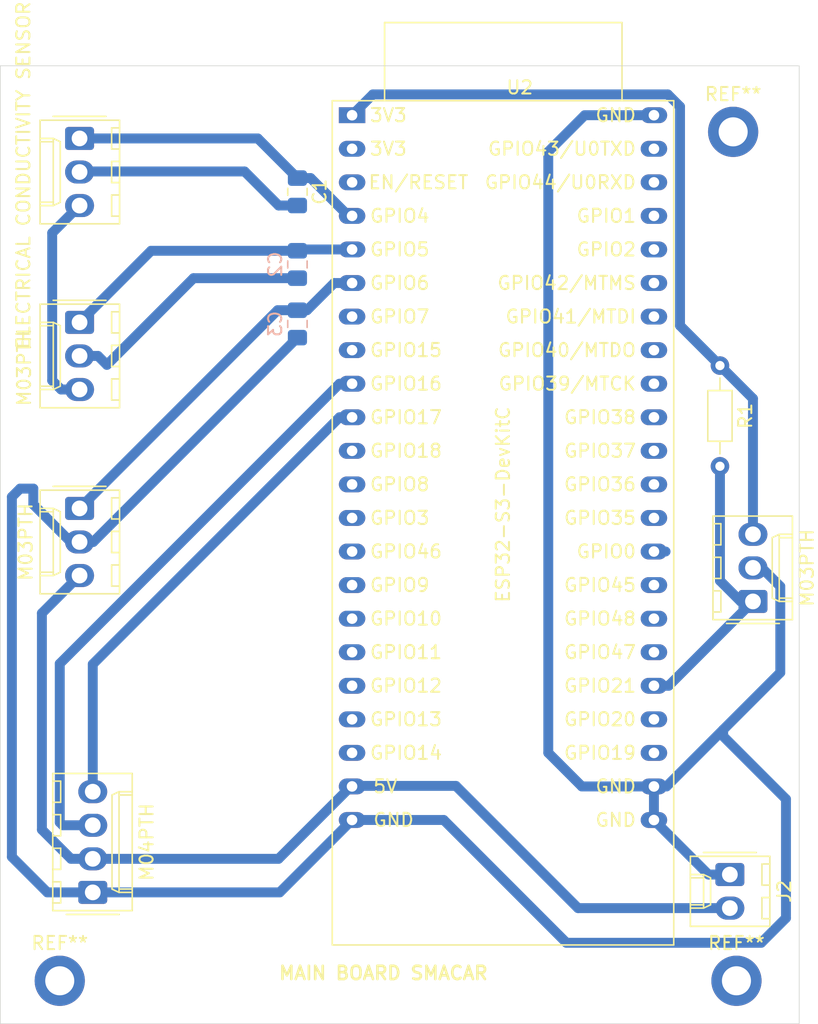
<source format=kicad_pcb>
(kicad_pcb (version 20241229) (generator "pcbnew") (generator_version "9.0")
  (layers (0 "F.Cu" signal) (2 "B.Cu" signal) (13 "F.Paste" user) (15 "B.Paste" user) (5 "F.SilkS" user "F.Silkscreen") (7 "B.SilkS" user "B.Silkscreen") (1 "F.Mask" user) (3 "B.Mask" user) (25 "Edge.Cuts" user))
  (net 0 "")
  (net 1 "GND")
  (net 2 "5V")
  (net 9 "Tx")
  (net 25 "unconnected-(U2-GPIO0-Pad31)")
  (net 29 "RX")
  (net 34 "ELECTRICAL CONDUCTIVITY")
  (net 35 "PH SENSOR")
  (net 36 "TDS SENSOR")
  (net 37 "TEMP SENSOR")
  (net 38 "3.3V")
  (footprint "Connector_Molex:Molex_KK-254_AE-6410-04A_1x04_P2.54mm_Vertical" (layer "F.Cu") (at 108.5 91.56 90)
    (property "Reference" "MOLEX5")
    (property "Value" "M04PTH" (at 3.81 4.08 90) (layer "F.SilkS"))
    (fp_line (start 9 -3.03) (end -1.38 -3.03) (stroke (width 0.12)) (layer "F.SilkS"))
    (fp_line (start 6.82 -3.03) (end 6.82 -2.43) (stroke (width 0.12)) (layer "F.SilkS"))
    (fp_line (start 4.28 -3.03) (end 4.28 -2.43) (stroke (width 0.12)) (layer "F.SilkS"))
    (fp_line (start 1.74 -3.03) (end 1.74 -2.43) (stroke (width 0.12)) (layer "F.SilkS"))
    (fp_line (start -0.8 -3.03) (end -0.8 -2.43) (stroke (width 0.12)) (layer "F.SilkS"))
    (fp_line (start -1.38 -3.03) (end -1.38 2.99) (stroke (width 0.12)) (layer "F.SilkS"))
    (fp_line (start 8.42 -2.43) (end 8.42 -3.03) (stroke (width 0.12)) (layer "F.SilkS"))
    (fp_line (start 6.82 -2.43) (end 8.42 -2.43) (stroke (width 0.12)) (layer "F.SilkS"))
    (fp_line (start 5.88 -2.43) (end 5.88 -3.03) (stroke (width 0.12)) (layer "F.SilkS"))
    (fp_line (start 4.28 -2.43) (end 5.88 -2.43) (stroke (width 0.12)) (layer "F.SilkS"))
    (fp_line (start 3.34 -2.43) (end 3.34 -3.03) (stroke (width 0.12)) (layer "F.SilkS"))
    (fp_line (start 1.74 -2.43) (end 3.34 -2.43) (stroke (width 0.12)) (layer "F.SilkS"))
    (fp_line (start 0.8 -2.43) (end 0.8 -3.03) (stroke (width 0.12)) (layer "F.SilkS"))
    (fp_line (start -0.8 -2.43) (end 0.8 -2.43) (stroke (width 0.12)) (layer "F.SilkS"))
    (fp_line (start -1.67 -2) (end -1.67 2) (stroke (width 0.12)) (layer "F.SilkS"))
    (fp_line (start 7.37 1.46) (end 7.62 1.99) (stroke (width 0.12)) (layer "F.SilkS"))
    (fp_line (start 0.25 1.46) (end 7.37 1.46) (stroke (width 0.12)) (layer "F.SilkS"))
    (fp_line (start 7.62 1.99) (end 7.62 2.99) (stroke (width 0.12)) (layer "F.SilkS"))
    (fp_line (start 0 1.99) (end 0.25 1.46) (stroke (width 0.12)) (layer "F.SilkS"))
    (fp_line (start 0 1.99) (end 7.62 1.99) (stroke (width 0.12)) (layer "F.SilkS"))
    (fp_line (start 9 2.99) (end 9 -3.03) (stroke (width 0.12)) (layer "F.SilkS"))
    (fp_line (start 7.37 2.99) (end 7.37 1.99) (stroke (width 0.12)) (layer "F.SilkS"))
    (fp_line (start 0.25 2.99) (end 0.25 1.99) (stroke (width 0.12)) (layer "F.SilkS"))
    (fp_line (start 0 2.99) (end 0 1.99) (stroke (width 0.12)) (layer "F.SilkS"))
    (fp_line (start -1.38 2.99) (end 9 2.99) (stroke (width 0.12)) (layer "F.SilkS"))
    (pad "1" thru_hole roundrect (at 0 0 90) (size 1.74 2.19) (drill 1.19) (layers "*.Cu" "*.Mask") (roundrect_rratio 0.143678) (net 1 "GND"))
    (pad "2" thru_hole oval (at 2.54 0 90) (size 1.74 2.19) (drill 1.19) (layers "*.Cu" "*.Mask") (net 2 "5V"))
    (pad "3" thru_hole oval (at 5.08 0 90) (size 1.74 2.19) (drill 1.19) (layers "*.Cu" "*.Mask") (net 29 "RX"))
    (pad "4" thru_hole oval (at 7.62 0 90) (size 1.74 2.19) (drill 1.19) (layers "*.Cu" "*.Mask") (net 9 "Tx"))
  )
  (footprint "MountingHole:MountingHole_2.2mm_M2_DIN965_Pad" (layer "F.Cu") (at 157 34)
    (property "Reference" "REF**" (at 0 -2.85 0) (layer "F.SilkS"))
    (property "Value" "MountingHole_2.2mm_M2_DIN965_Pad" (hide yes))
    (pad "1" thru_hole circle (at 0 0) (size 3.8 3.8) (drill 2.2) (layers "*.Cu" "*.Mask"))
  )
  (footprint "Capacitor_SMD:C_0805_2012Metric_Pad1.18x1.45mm_HandSolder" (layer "F.Cu") (at 124 38.5375 -90)
    (property "Reference" "C1" (at 0 -1.68 90) (layer "F.SilkS"))
    (property "Value" "100nF_Ceramic")
    (fp_line (start -0.261252 0.735) (end 0.261252 0.735) (stroke (width 0.12)) (layer "F.SilkS"))
    (fp_line (start -0.261252 -0.735) (end 0.261252 -0.735) (stroke (width 0.12)) (layer "F.SilkS"))
    (pad "1" smd roundrect (at -1.0375 0 270) (size 1.175 1.45) (layers "*.Mask" "B.Cu" "F.Paste") (roundrect_rratio 0.212766) (net 34 "ELECTRICAL CONDUCTIVITY"))
    (pad "2" smd roundrect (at 1.0375 0 270) (size 1.175 1.45) (layers "F.Mask" "B.Cu" "F.Paste") (roundrect_rratio 0.212766) (net 1 "GND"))
  )
  (footprint "Connector_Molex:Molex_KK-254_AE-6410-02A_1x02_P2.54mm_Vertical" (layer "F.Cu") (at 156.75 90.21 -90)
    (property "Reference" "J2" (at 1.27 -4.12 90) (layer "F.SilkS"))
    (property "Value" "Conn_01x02")
    (fp_line (start -1.38 2.99) (end 3.92 2.99) (stroke (width 0.12)) (layer "F.SilkS"))
    (fp_line (start 0 2.99) (end 0 1.99) (stroke (width 0.12)) (layer "F.SilkS"))
    (fp_line (start 0.25 2.99) (end 0.25 1.99) (stroke (width 0.12)) (layer "F.SilkS"))
    (fp_line (start 2.29 2.99) (end 2.29 1.99) (stroke (width 0.12)) (layer "F.SilkS"))
    (fp_line (start 3.92 2.99) (end 3.92 -3.03) (stroke (width 0.12)) (layer "F.SilkS"))
    (fp_line (start 0 1.99) (end 2.54 1.99) (stroke (width 0.12)) (layer "F.SilkS"))
    (fp_line (start 0 1.99) (end 0.25 1.46) (stroke (width 0.12)) (layer "F.SilkS"))
    (fp_line (start 2.54 1.99) (end 2.54 2.99) (stroke (width 0.12)) (layer "F.SilkS"))
    (fp_line (start 0.25 1.46) (end 2.29 1.46) (stroke (width 0.12)) (layer "F.SilkS"))
    (fp_line (start 2.29 1.46) (end 2.54 1.99) (stroke (width 0.12)) (layer "F.SilkS"))
    (fp_line (start -1.67 -2) (end -1.67 2) (stroke (width 0.12)) (layer "F.SilkS"))
    (fp_line (start -0.8 -2.43) (end 0.8 -2.43) (stroke (width 0.12)) (layer "F.SilkS"))
    (fp_line (start 0.8 -2.43) (end 0.8 -3.03) (stroke (width 0.12)) (layer "F.SilkS"))
    (fp_line (start 1.74 -2.43) (end 3.34 -2.43) (stroke (width 0.12)) (layer "F.SilkS"))
    (fp_line (start 3.34 -2.43) (end 3.34 -3.03) (stroke (width 0.12)) (layer "F.SilkS"))
    (fp_line (start -1.38 -3.03) (end -1.38 2.99) (stroke (width 0.12)) (layer "F.SilkS"))
    (fp_line (start -0.8 -3.03) (end -0.8 -2.43) (stroke (width 0.12)) (layer "F.SilkS"))
    (fp_line (start 1.74 -3.03) (end 1.74 -2.43) (stroke (width 0.12)) (layer "F.SilkS"))
    (fp_line (start 3.92 -3.03) (end -1.38 -3.03) (stroke (width 0.12)) (layer "F.SilkS"))
    (pad "1" thru_hole roundrect (at 0 0 270) (size 1.74 2.19) (drill 1.19) (layers "*.Cu" "*.Mask") (roundrect_rratio 0.143678) (net 1 "GND"))
    (pad "2" thru_hole oval (at 2.54 0 270) (size 1.74 2.19) (drill 1.19) (layers "*.Cu" "*.Mask") (net 2 "5V"))
  )
  (footprint "MountingHole:MountingHole_2.2mm_M2_DIN965_Pad" (layer "F.Cu") (at 106 98.25)
    (property "Reference" "REF**" (at 0 -2.85 0) (layer "F.SilkS"))
    (property "Value" "MountingHole_2.2mm_M2_DIN965_Pad" (hide yes))
    (pad "1" thru_hole circle (at 0 0) (size 3.8 3.8) (drill 2.2) (layers "*.Cu" "*.Mask"))
  )
  (footprint "Resistor_THT:R_Axial_DIN0204_L3.6mm_D1.6mm_P7.62mm_Horizontal" (layer "F.Cu") (at 156 51.69 -90)
    (property "Reference" "R1" (at 3.81 -1.92 90) (layer "F.SilkS"))
    (property "Value" "4.7k")
    (fp_line (start 0.94 0) (end 1.89 0) (stroke (width 0.12)) (layer "F.SilkS"))
    (fp_line (start 6.68 0) (end 5.73 0) (stroke (width 0.12)) (layer "F.SilkS"))
    (fp_rect (start 1.89 -0.92) (end 5.73 0.92) (stroke (width 0.12)) (fill no) (layer "F.SilkS"))
    (pad "1" thru_hole circle (at 0 0 270) (size 1.4 1.4) (drill 0.7) (layers "*.Cu" "*.Mask") (net 38 "3.3V"))
    (pad "2" thru_hole circle (at 7.62 0 270) (size 1.4 1.4) (drill 0.7) (layers "*.Cu" "*.Mask") (net 37 "TEMP SENSOR"))
  )
  (footprint "Connector_Molex:Molex_KK-254_AE-6410-03A_1x03_P2.54mm_Vertical" (layer "F.Cu") (at 107.5 48.42 -90)
    (property "Reference" "MOLEX2")
    (property "Value" "M03PTH" (at 3.39 4.2 90) (layer "F.SilkS"))
    (fp_line (start -1.38 2.99) (end 6.46 2.99) (stroke (width 0.12)) (layer "F.SilkS"))
    (fp_line (start 0 2.99) (end 0 1.99) (stroke (width 0.12)) (layer "F.SilkS"))
    (fp_line (start 0.25 2.99) (end 0.25 1.99) (stroke (width 0.12)) (layer "F.SilkS"))
    (fp_line (start 4.83 2.99) (end 4.83 1.99) (stroke (width 0.12)) (layer "F.SilkS"))
    (fp_line (start 6.46 2.99) (end 6.46 -3.03) (stroke (width 0.12)) (layer "F.SilkS"))
    (fp_line (start 0 1.99) (end 5.08 1.99) (stroke (width 0.12)) (layer "F.SilkS"))
    (fp_line (start 0 1.99) (end 0.25 1.46) (stroke (width 0.12)) (layer "F.SilkS"))
    (fp_line (start 5.08 1.99) (end 5.08 2.99) (stroke (width 0.12)) (layer "F.SilkS"))
    (fp_line (start 0.25 1.46) (end 4.83 1.46) (stroke (width 0.12)) (layer "F.SilkS"))
    (fp_line (start 4.83 1.46) (end 5.08 1.99) (stroke (width 0.12)) (layer "F.SilkS"))
    (fp_line (start -1.67 -2) (end -1.67 2) (stroke (width 0.12)) (layer "F.SilkS"))
    (fp_line (start -0.8 -2.43) (end 0.8 -2.43) (stroke (width 0.12)) (layer "F.SilkS"))
    (fp_line (start 0.8 -2.43) (end 0.8 -3.03) (stroke (width 0.12)) (layer "F.SilkS"))
    (fp_line (start 1.74 -2.43) (end 3.34 -2.43) (stroke (width 0.12)) (layer "F.SilkS"))
    (fp_line (start 3.34 -2.43) (end 3.34 -3.03) (stroke (width 0.12)) (layer "F.SilkS"))
    (fp_line (start 4.28 -2.43) (end 5.88 -2.43) (stroke (width 0.12)) (layer "F.SilkS"))
    (fp_line (start 5.88 -2.43) (end 5.88 -3.03) (stroke (width 0.12)) (layer "F.SilkS"))
    (fp_line (start -1.38 -3.03) (end -1.38 2.99) (stroke (width 0.12)) (layer "F.SilkS"))
    (fp_line (start -0.8 -3.03) (end -0.8 -2.43) (stroke (width 0.12)) (layer "F.SilkS"))
    (fp_line (start 1.74 -3.03) (end 1.74 -2.43) (stroke (width 0.12)) (layer "F.SilkS"))
    (fp_line (start 4.28 -3.03) (end 4.28 -2.43) (stroke (width 0.12)) (layer "F.SilkS"))
    (fp_line (start 6.46 -3.03) (end -1.38 -3.03) (stroke (width 0.12)) (layer "F.SilkS"))
    (pad "1" thru_hole roundrect (at 0 0 270) (size 1.74 2.19) (drill 1.19) (layers "*.Cu" "*.Mask") (roundrect_rratio 0.143678) (net 35 "PH SENSOR"))
    (pad "2" thru_hole oval (at 2.54 0 270) (size 1.74 2.19) (drill 1.19) (layers "*.Cu" "*.Mask") (net 1 "GND"))
    (pad "3" thru_hole oval (at 5.08 0 270) (size 1.74 2.19) (drill 1.19) (layers "*.Cu" "*.Mask") (net 2 "5V"))
  )
  (footprint "Connector_Molex:Molex_KK-254_AE-6410-03A_1x03_P2.54mm_Vertical" (layer "F.Cu") (at 158.5 69.54 90)
    (property "Reference" "MOLEX4")
    (property "Value" "M03PTH" (at 2.54 4.08 90) (layer "F.SilkS"))
    (fp_line (start 6.46 -3.03) (end -1.38 -3.03) (stroke (width 0.12)) (layer "F.SilkS"))
    (fp_line (start 4.28 -3.03) (end 4.28 -2.43) (stroke (width 0.12)) (layer "F.SilkS"))
    (fp_line (start 1.74 -3.03) (end 1.74 -2.43) (stroke (width 0.12)) (layer "F.SilkS"))
    (fp_line (start -0.8 -3.03) (end -0.8 -2.43) (stroke (width 0.12)) (layer "F.SilkS"))
    (fp_line (start -1.38 -3.03) (end -1.38 2.99) (stroke (width 0.12)) (layer "F.SilkS"))
    (fp_line (start 5.88 -2.43) (end 5.88 -3.03) (stroke (width 0.12)) (layer "F.SilkS"))
    (fp_line (start 4.28 -2.43) (end 5.88 -2.43) (stroke (width 0.12)) (layer "F.SilkS"))
    (fp_line (start 3.34 -2.43) (end 3.34 -3.03) (stroke (width 0.12)) (layer "F.SilkS"))
    (fp_line (start 1.74 -2.43) (end 3.34 -2.43) (stroke (width 0.12)) (layer "F.SilkS"))
    (fp_line (start 0.8 -2.43) (end 0.8 -3.03) (stroke (width 0.12)) (layer "F.SilkS"))
    (fp_line (start -0.8 -2.43) (end 0.8 -2.43) (stroke (width 0.12)) (layer "F.SilkS"))
    (fp_line (start -1.67 -2) (end -1.67 2) (stroke (width 0.12)) (layer "F.SilkS"))
    (fp_line (start 4.83 1.46) (end 5.08 1.99) (stroke (width 0.12)) (layer "F.SilkS"))
    (fp_line (start 0.25 1.46) (end 4.83 1.46) (stroke (width 0.12)) (layer "F.SilkS"))
    (fp_line (start 5.08 1.99) (end 5.08 2.99) (stroke (width 0.12)) (layer "F.SilkS"))
    (fp_line (start 0 1.99) (end 0.25 1.46) (stroke (width 0.12)) (layer "F.SilkS"))
    (fp_line (start 0 1.99) (end 5.08 1.99) (stroke (width 0.12)) (layer "F.SilkS"))
    (fp_line (start 6.46 2.99) (end 6.46 -3.03) (stroke (width 0.12)) (layer "F.SilkS"))
    (fp_line (start 4.83 2.99) (end 4.83 1.99) (stroke (width 0.12)) (layer "F.SilkS"))
    (fp_line (start 0.25 2.99) (end 0.25 1.99) (stroke (width 0.12)) (layer "F.SilkS"))
    (fp_line (start 0 2.99) (end 0 1.99) (stroke (width 0.12)) (layer "F.SilkS"))
    (fp_line (start -1.38 2.99) (end 6.46 2.99) (stroke (width 0.12)) (layer "F.SilkS"))
    (pad "1" thru_hole roundrect (at 0 0 90) (size 1.74 2.19) (drill 1.19) (layers "*.Cu" "*.Mask") (roundrect_rratio 0.143678) (net 37 "TEMP SENSOR"))
    (pad "2" thru_hole oval (at 2.54 0 90) (size 1.74 2.19) (drill 1.19) (layers "*.Cu" "*.Mask") (net 1 "GND"))
    (pad "3" thru_hole oval (at 5.08 0 90) (size 1.74 2.19) (drill 1.19) (layers "*.Cu" "*.Mask") (net 38 "3.3V"))
  )
  (footprint "ESP32:ESP32-S3-DevKitC" (layer "F.Cu") (at 128.14 32.74272)
    (property "Reference" "U2" (at 12.7 -2.1 0) (layer "F.SilkS"))
    (property "Value" "ESP32-S3-DevKitC" (at 11.42632 29.46128 90) (layer "F.SilkS"))
    (fp_line (start -1.5 62.79728) (end 24.359999 62.79728) (stroke (width 0.12)) (layer "F.SilkS"))
    (fp_line (start -1.499999 -1.1) (end -1.5 62.79728) (stroke (width 0.12)) (layer "F.SilkS"))
    (fp_line (start 2.46012 -7.01312) (end 20.44332 -7.01312) (stroke (width 0.12)) (layer "F.SilkS"))
    (fp_line (start 2.46012 -1.12032) (end 2.46012 -7.01312) (stroke (width 0.12)) (layer "F.SilkS"))
    (fp_line (start 20.44332 -7.01312) (end 20.44332 -1.12032) (stroke (width 0.12)) (layer "F.SilkS"))
    (fp_line (start 24.359999 62.79728) (end 24.36 -1.1) (stroke (width 0.12)) (layer "F.SilkS"))
    (fp_line (start 24.36 -1.1) (end -1.499999 -1.1) (stroke (width 0.12)) (layer "F.SilkS"))
    (fp_text user "GPIO40/MTDO" (at 21.59 17.78 0) (layer "F.SilkS") (effects (justify right)))
    (fp_text user "3V3" (at 1.27 0 0) (layer "F.SilkS") (effects (justify left)))
    (fp_text user "GPIO19" (at 21.59 48.26 0) (layer "F.SilkS") (effects (justify right)))
    (fp_text user "GPIO21" (at 21.59 43.18 0) (layer "F.SilkS") (effects (justify right)))
    (fp_text user "GPIO44/U0RXD" (at 21.59 5.08 0) (layer "F.SilkS") (effects (justify right)))
    (fp_text user "GND" (at 21.59 50.8 0) (layer "F.SilkS") (effects (justify right)))
    (fp_text user "GPIO43/U0TXD" (at 21.59 2.54 0) (layer "F.SilkS") (effects (justify right)))
    (fp_text user "GND" (at 21.59 0 0) (layer "F.SilkS") (effects (justify right)))
    (fp_text user "GPIO38" (at 21.59 22.86 0) (layer "F.SilkS") (effects (justify right)))
    (fp_text user "GPIO9" (at 1.27 35.56 0) (layer "F.SilkS") (effects (justify left)))
    (fp_text user "3V3" (at 1.27 2.54 0) (layer "F.SilkS") (effects (justify left)))
    (fp_text user "GPIO16" (at 1.27 20.32 0) (layer "F.SilkS") (effects (justify left)))
    (fp_text user "GPIO10" (at 1.27 38.1 0) (layer "F.SilkS") (effects (justify left)))
    (fp_text user "GND" (at 1.52032 53.33728 0) (layer "F.SilkS") (effects (justify left)))
    (fp_text user "GPIO1" (at 21.59 7.62 0) (layer "F.SilkS") (effects (justify right)))
    (fp_text user "GPIO35" (at 21.59 30.48 0) (layer "F.SilkS") (effects (justify right)))
    (fp_text user "GPIO46" (at 1.27 33.02 0) (layer "F.SilkS") (effects (justify left)))
    (fp_text user "GPIO4" (at 1.27 7.62 0) (layer "F.SilkS") (effects (justify left)))
    (fp_text user "GPIO42/MTMS" (at 21.59 12.7 0) (layer "F.SilkS") (effects (justify right)))
    (fp_text user "GPIO18" (at 1.27 25.4 0) (layer "F.SilkS") (effects (justify left)))
    (fp_text user "GPIO0" (at 21.59 33.02 0) (layer "F.SilkS") (effects (justify right)))
    (fp_text user "GPIO12" (at 1.27 43.18 0) (layer "F.SilkS") (effects (justify left)))
    (fp_text user "GPIO20" (at 21.59 45.72 0) (layer "F.SilkS") (effects (justify right)))
    (fp_text user "GND" (at 21.59 53.34 0) (layer "F.SilkS") (effects (justify right)))
    (fp_text user "GPIO3" (at 1.27 30.48 0) (layer "F.SilkS") (effects (justify left)))
    (fp_text user "GPIO11" (at 1.27 40.64 0) (layer "F.SilkS") (effects (justify left)))
    (fp_text user "GPIO47" (at 21.59 40.64 0) (layer "F.SilkS") (effects (justify right)))
    (fp_text user "GPIO7" (at 1.27 15.24 0) (layer "F.SilkS") (effects (justify left)))
    (fp_text user "GPIO2" (at 21.59 10.16 0) (layer "F.SilkS") (effects (justify right)))
    (fp_text user "5V" (at 1.52032 50.79728 0) (layer "F.SilkS") (effects (justify left)))
    (fp_text user "GPIO39/MTCK" (at 21.59 20.32 0) (layer "F.SilkS") (effects (justify right)))
    (fp_text user "GPIO8" (at 1.27 27.94 0) (layer "F.SilkS") (effects (justify left)))
    (fp_text user "GPIO48" (at 21.59 38.1 0) (layer "F.SilkS") (effects (justify right)))
    (fp_text user "GPIO37" (at 21.59 25.4 0) (layer "F.SilkS") (effects (justify right)))
    (fp_text user "GPIO45" (at 21.59 35.56 0) (layer "F.SilkS") (effects (justify right)))
    (fp_text user "GPIO36" (at 21.59 27.94 0) (layer "F.SilkS") (effects (justify right)))
    (fp_text user "GPIO6" (at 1.27 12.7 0) (layer "F.SilkS") (effects (justify left)))
    (fp_text user "EN/RESET" (at 8.88632 5.07728 0) (layer "F.SilkS") (effects (justify right)))
    (fp_text user "GPIO13" (at 1.27 45.72 0) (layer "F.SilkS") (effects (justify left)))
    (fp_text user "GPIO14" (at 1.27 48.26 0) (layer "F.SilkS") (effects (justify left)))
    (fp_text user "GPIO5" (at 1.27 10.16 0) (layer "F.SilkS") (effects (justify left)))
    (fp_text user "GPIO15" (at 1.27 17.78 0) (layer "F.SilkS") (effects (justify left)))
    (fp_text user "GPIO41/MTDI" (at 21.59 15.24 0) (layer "F.SilkS") (effects (justify right)))
    (fp_text user "GPIO17" (at 1.27 22.86 0) (layer "F.SilkS") (effects (justify left)))
    (pad "1" thru_hole rect (at 0 0 270) (size 1.2 2) (drill 0.8) (layers "*.Cu" "*.Mask") (net 38 "3.3V"))
    (pad "2" thru_hole oval (at 0 2.54 270) (size 1.2 2) (drill 0.8) (layers "*.Cu" "*.Mask") (net 38 "3.3V"))
    (pad "3" thru_hole oval (at 0 5.08 270) (size 1.2 2) (drill 0.8) (layers "*.Cu" "*.Mask"))
    (pad "4" thru_hole oval (at 0 7.62 270) (size 1.2 2) (drill 0.8) (layers "*.Cu" "*.Mask") (net 34 "ELECTRICAL CONDUCTIVITY"))
    (pad "5" thru_hole oval (at 0 10.16 270) (size 1.2 2) (drill 0.8) (layers "*.Cu" "*.Mask") (net 35 "PH SENSOR"))
    (pad "6" thru_hole oval (at 0 12.7 270) (size 1.2 2) (drill 0.8) (layers "*.Cu" "*.Mask") (net 36 "TDS SENSOR"))
    (pad "7" thru_hole oval (at 0 15.24 270) (size 1.2 2) (drill 0.8) (layers "*.Cu" "*.Mask"))
    (pad "8" thru_hole oval (at 0 17.78 270) (size 1.2 2) (drill 0.8) (layers "*.Cu" "*.Mask"))
    (pad "9" thru_hole oval (at 0 20.32 270) (size 1.2 2) (drill 0.8) (layers "*.Cu" "*.Mask") (net 29 "RX"))
    (pad "10" thru_hole oval (at 0 22.86 270) (size 1.2 2) (drill 0.8) (layers "*.Cu" "*.Mask") (net 9 "Tx"))
    (pad "11" thru_hole oval (at 0 25.4 270) (size 1.2 2) (drill 0.8) (layers "*.Cu" "*.Mask"))
    (pad "12" thru_hole oval (at 0 27.94 270) (size 1.2 2) (drill 0.8) (layers "*.Cu" "*.Mask"))
    (pad "13" thru_hole oval (at 0 30.48 270) (size 1.2 2) (drill 0.8) (layers "*.Cu" "*.Mask"))
    (pad "14" thru_hole oval (at 0 33.02 270) (size 1.2 2) (drill 0.8) (layers "*.Cu" "*.Mask"))
    (pad "15" thru_hole oval (at 0 35.56 270) (size 1.2 2) (drill 0.8) (layers "*.Cu" "*.Mask"))
    (pad "16" thru_hole oval (at 0 38.1 270) (size 1.2 2) (drill 0.8) (layers "*.Cu" "*.Mask"))
    (pad "17" thru_hole oval (at 0 40.64 270) (size 1.2 2) (drill 0.8) (layers "*.Cu" "*.Mask"))
    (pad "18" thru_hole oval (at 0 43.18 270) (size 1.2 2) (drill 0.8) (layers "*.Cu" "*.Mask"))
    (pad "19" thru_hole oval (at 0 45.72 270) (size 1.2 2) (drill 0.8) (layers "*.Cu" "*.Mask"))
    (pad "20" thru_hole oval (at -0.00368 48.25728 270) (size 1.2 2) (drill 0.8) (layers "*.Cu" "*.Mask"))
    (pad "21" thru_hole oval (at -0.00368 50.79728 270) (size 1.2 2) (drill 0.8) (layers "*.Cu" "*.Mask") (net 2 "5V"))
    (pad "22" thru_hole oval (at -0.00368 53.33728 270) (size 1.2 2) (drill 0.8) (layers "*.Cu" "*.Mask") (net 1 "GND"))
    (pad "23" thru_hole oval (at 22.86 53.34 270) (size 1.2 2) (drill 0.8) (layers "*.Cu" "*.Mask") (net 1 "GND"))
    (pad "24" thru_hole oval (at 22.86 50.8 270) (size 1.2 2) (drill 0.8) (layers "*.Cu" "*.Mask") (net 1 "GND"))
    (pad "25" thru_hole oval (at 22.86 48.26 270) (size 1.2 2) (drill 0.8) (layers "*.Cu" "*.Mask"))
    (pad "26" thru_hole oval (at 22.86 45.72 270) (size 1.2 2) (drill 0.8) (layers "*.Cu" "*.Mask"))
    (pad "27" thru_hole oval (at 22.86 43.18 270) (size 1.2 2) (drill 0.8) (layers "*.Cu" "*.Mask") (net 37 "TEMP SENSOR"))
    (pad "28" thru_hole oval (at 22.86 40.64 270) (size 1.2 2) (drill 0.8) (layers "*.Cu" "*.Mask"))
    (pad "29" thru_hole oval (at 22.86 38.1 270) (size 1.2 2) (drill 0.8) (layers "*.Cu" "*.Mask"))
    (pad "30" thru_hole oval (at 22.86 35.56 270) (size 1.2 2) (drill 0.8) (layers "*.Cu" "*.Mask"))
    (pad "31" thru_hole oval (at 22.86 33.02 270) (size 1.2 2) (drill 0.8) (layers "*.Cu" "*.Mask") (net 25 "unconnected-(U2-GPIO0-Pad31)"))
    (pad "32" thru_hole oval (at 22.86 30.48 270) (size 1.2 2) (drill 0.8) (layers "*.Cu" "*.Mask"))
    (pad "33" thru_hole oval (at 22.86 27.94 270) (size 1.2 2) (drill 0.8) (layers "*.Cu" "*.Mask"))
    (pad "34" thru_hole oval (at 22.86 25.4 270) (size 1.2 2) (drill 0.8) (layers "*.Cu" "*.Mask"))
    (pad "35" thru_hole oval (at 22.86 22.86 270) (size 1.2 2) (drill 0.8) (layers "*.Cu" "*.Mask"))
    (pad "36" thru_hole oval (at 22.86 20.32 270) (size 1.2 2) (drill 0.8) (layers "*.Cu" "*.Mask"))
    (pad "37" thru_hole oval (at 22.86 17.78 270) (size 1.2 2) (drill 0.8) (layers "*.Cu" "*.Mask"))
    (pad "38" thru_hole oval (at 22.86 15.24 270) (size 1.2 2) (drill 0.8) (layers "*.Cu" "*.Mask"))
    (pad "39" thru_hole oval (at 22.86 12.7 270) (size 1.2 2) (drill 0.8) (layers "*.Cu" "*.Mask"))
    (pad "40" thru_hole oval (at 22.86 10.16 270) (size 1.2 2) (drill 0.8) (layers "*.Cu" "*.Mask"))
    (pad "41" thru_hole oval (at 22.86 7.62 270) (size 1.2 2) (drill 0.8) (layers "*.Cu" "*.Mask"))
    (pad "42" thru_hole oval (at 22.86 5.08 270) (size 1.2 2) (drill 0.8) (layers "*.Cu" "*.Mask"))
    (pad "43" thru_hole oval (at 22.86 2.54 270) (size 1.2 2) (drill 0.8) (layers "*.Cu" "*.Mask"))
    (pad "44" thru_hole oval (at 22.86 0 270) (size 1.2 2) (drill 0.8) (layers "*.Cu" "*.Mask") (net 1 "GND"))
  )
  (footprint "MountingHole:MountingHole_2.2mm_M2_DIN965_Pad" (layer "F.Cu") (at 157.25 98.25)
    (property "Reference" "REF**" (at 0 -2.85 0) (layer "F.SilkS"))
    (property "Value" "MountingHole_2.2mm_M2_DIN965_Pad" (hide yes))
    (pad "1" thru_hole circle (at 0 0) (size 3.8 3.8) (drill 2.2) (layers "*.Cu" "*.Mask"))
  )
  (footprint "Connector_Molex:Molex_KK-254_AE-6410-03A_1x03_P2.54mm_Vertical" (layer "F.Cu") (at 107.5 34.5 -90)
    (property "Reference" "MOLEX1")
    (property "Value" "ELECTRICAL CONDUCTIVITY SENSOR" (at 2.79 4.25 90) (layer "F.SilkS"))
    (fp_line (start -1.38 2.99) (end 6.46 2.99) (stroke (width 0.12)) (layer "F.SilkS"))
    (fp_line (start 0 2.99) (end 0 1.99) (stroke (width 0.12)) (layer "F.SilkS"))
    (fp_line (start 0.25 2.99) (end 0.25 1.99) (stroke (width 0.12)) (layer "F.SilkS"))
    (fp_line (start 4.83 2.99) (end 4.83 1.99) (stroke (width 0.12)) (layer "F.SilkS"))
    (fp_line (start 6.46 2.99) (end 6.46 -3.03) (stroke (width 0.12)) (layer "F.SilkS"))
    (fp_line (start 0 1.99) (end 5.08 1.99) (stroke (width 0.12)) (layer "F.SilkS"))
    (fp_line (start 0 1.99) (end 0.25 1.46) (stroke (width 0.12)) (layer "F.SilkS"))
    (fp_line (start 5.08 1.99) (end 5.08 2.99) (stroke (width 0.12)) (layer "F.SilkS"))
    (fp_line (start 0.25 1.46) (end 4.83 1.46) (stroke (width 0.12)) (layer "F.SilkS"))
    (fp_line (start 4.83 1.46) (end 5.08 1.99) (stroke (width 0.12)) (layer "F.SilkS"))
    (fp_line (start -1.67 -2) (end -1.67 2) (stroke (width 0.12)) (layer "F.SilkS"))
    (fp_line (start -0.8 -2.43) (end 0.8 -2.43) (stroke (width 0.12)) (layer "F.SilkS"))
    (fp_line (start 0.8 -2.43) (end 0.8 -3.03) (stroke (width 0.12)) (layer "F.SilkS"))
    (fp_line (start 1.74 -2.43) (end 3.34 -2.43) (stroke (width 0.12)) (layer "F.SilkS"))
    (fp_line (start 3.34 -2.43) (end 3.34 -3.03) (stroke (width 0.12)) (layer "F.SilkS"))
    (fp_line (start 4.28 -2.43) (end 5.88 -2.43) (stroke (width 0.12)) (layer "F.SilkS"))
    (fp_line (start 5.88 -2.43) (end 5.88 -3.03) (stroke (width 0.12)) (layer "F.SilkS"))
    (fp_line (start -1.38 -3.03) (end -1.38 2.99) (stroke (width 0.12)) (layer "F.SilkS"))
    (fp_line (start -0.8 -3.03) (end -0.8 -2.43) (stroke (width 0.12)) (layer "F.SilkS"))
    (fp_line (start 1.74 -3.03) (end 1.74 -2.43) (stroke (width 0.12)) (layer "F.SilkS"))
    (fp_line (start 4.28 -3.03) (end 4.28 -2.43) (stroke (width 0.12)) (layer "F.SilkS"))
    (fp_line (start 6.46 -3.03) (end -1.38 -3.03) (stroke (width 0.12)) (layer "F.SilkS"))
    (pad "1" thru_hole roundrect (at 0 0 270) (size 1.74 2.19) (drill 1.19) (layers "*.Cu" "*.Mask") (roundrect_rratio 0.143678) (net 34 "ELECTRICAL CONDUCTIVITY"))
    (pad "2" thru_hole oval (at 2.54 0 270) (size 1.74 2.19) (drill 1.19) (layers "*.Cu" "*.Mask") (net 1 "GND"))
    (pad "3" thru_hole oval (at 5.08 0 270) (size 1.74 2.19) (drill 1.19) (layers "*.Cu" "*.Mask") (net 2 "5V"))
  )
  (footprint "Connector_Molex:Molex_KK-254_AE-6410-03A_1x03_P2.54mm_Vertical" (layer "F.Cu") (at 107.5 62.5 -90)
    (property "Reference" "MOLEX3")
    (property "Value" "M03PTH" (at 2.54 4.08 90) (layer "F.SilkS"))
    (fp_line (start -1.38 2.99) (end 6.46 2.99) (stroke (width 0.12)) (layer "F.SilkS"))
    (fp_line (start 0 2.99) (end 0 1.99) (stroke (width 0.12)) (layer "F.SilkS"))
    (fp_line (start 0.25 2.99) (end 0.25 1.99) (stroke (width 0.12)) (layer "F.SilkS"))
    (fp_line (start 4.83 2.99) (end 4.83 1.99) (stroke (width 0.12)) (layer "F.SilkS"))
    (fp_line (start 6.46 2.99) (end 6.46 -3.03) (stroke (width 0.12)) (layer "F.SilkS"))
    (fp_line (start 0 1.99) (end 5.08 1.99) (stroke (width 0.12)) (layer "F.SilkS"))
    (fp_line (start 0 1.99) (end 0.25 1.46) (stroke (width 0.12)) (layer "F.SilkS"))
    (fp_line (start 5.08 1.99) (end 5.08 2.99) (stroke (width 0.12)) (layer "F.SilkS"))
    (fp_line (start 0.25 1.46) (end 4.83 1.46) (stroke (width 0.12)) (layer "F.SilkS"))
    (fp_line (start 4.83 1.46) (end 5.08 1.99) (stroke (width 0.12)) (layer "F.SilkS"))
    (fp_line (start -1.67 -2) (end -1.67 2) (stroke (width 0.12)) (layer "F.SilkS"))
    (fp_line (start -0.8 -2.43) (end 0.8 -2.43) (stroke (width 0.12)) (layer "F.SilkS"))
    (fp_line (start 0.8 -2.43) (end 0.8 -3.03) (stroke (width 0.12)) (layer "F.SilkS"))
    (fp_line (start 1.74 -2.43) (end 3.34 -2.43) (stroke (width 0.12)) (layer "F.SilkS"))
    (fp_line (start 3.34 -2.43) (end 3.34 -3.03) (stroke (width 0.12)) (layer "F.SilkS"))
    (fp_line (start 4.28 -2.43) (end 5.88 -2.43) (stroke (width 0.12)) (layer "F.SilkS"))
    (fp_line (start 5.88 -2.43) (end 5.88 -3.03) (stroke (width 0.12)) (layer "F.SilkS"))
    (fp_line (start -1.38 -3.03) (end -1.38 2.99) (stroke (width 0.12)) (layer "F.SilkS"))
    (fp_line (start -0.8 -3.03) (end -0.8 -2.43) (stroke (width 0.12)) (layer "F.SilkS"))
    (fp_line (start 1.74 -3.03) (end 1.74 -2.43) (stroke (width 0.12)) (layer "F.SilkS"))
    (fp_line (start 4.28 -3.03) (end 4.28 -2.43) (stroke (width 0.12)) (layer "F.SilkS"))
    (fp_line (start 6.46 -3.03) (end -1.38 -3.03) (stroke (width 0.12)) (layer "F.SilkS"))
    (pad "1" thru_hole roundrect (at 0 0 270) (size 1.74 2.19) (drill 1.19) (layers "*.Cu" "*.Mask") (roundrect_rratio 0.143678) (net 36 "TDS SENSOR"))
    (pad "2" thru_hole oval (at 2.54 0 270) (size 1.74 2.19) (drill 1.19) (layers "*.Cu" "*.Mask") (net 1 "GND"))
    (pad "3" thru_hole oval (at 5.08 0 270) (size 1.74 2.19) (drill 1.19) (layers "*.Cu" "*.Mask") (net 2 "5V"))
  )
  (footprint "Capacitor_SMD:C_0805_2012Metric_Pad1.18x1.45mm_HandSolder" (layer "B.Cu") (at 124 44.0375 -90)
    (property "Reference" "C2" (at 0 1.68 90) (layer "B.SilkS") (effects (justify mirror)))
    (property "Value" "100nF_Ceramic")
    (fp_line (start -0.261252 0.735) (end 0.261252 0.735) (stroke (width 0.12)) (layer "B.SilkS"))
    (fp_line (start -0.261252 -0.735) (end 0.261252 -0.735) (stroke (width 0.12)) (layer "B.SilkS"))
    (pad "1" smd roundrect (at -1.0375 0 270) (size 1.175 1.45) (layers "B.Cu" "B.Mask" "B.Paste") (roundrect_rratio 0.212766) (net 35 "PH SENSOR"))
    (pad "2" smd roundrect (at 1.0375 0 270) (size 1.175 1.45) (layers "B.Cu" "B.Mask" "B.Paste") (roundrect_rratio 0.212766) (net 1 "GND"))
  )
  (footprint "Capacitor_SMD:C_0805_2012Metric_Pad1.18x1.45mm_HandSolder" (layer "B.Cu") (at 124 48.5375 -90)
    (property "Reference" "C3" (at 0 1.68 90) (layer "B.SilkS") (effects (justify mirror)))
    (property "Value" "100nF_Ceramic")
    (fp_line (start -0.261252 0.735) (end 0.261252 0.735) (stroke (width 0.12)) (layer "B.SilkS"))
    (fp_line (start -0.261252 -0.735) (end 0.261252 -0.735) (stroke (width 0.12)) (layer "B.SilkS"))
    (pad "1" smd roundrect (at -1.0375 0 270) (size 1.175 1.45) (layers "B.Cu" "B.Mask" "B.Paste") (roundrect_rratio 0.212766) (net 36 "TDS SENSOR"))
    (pad "2" smd roundrect (at 1.0375 0 270) (size 1.175 1.45) (layers "B.Cu" "B.Mask" "B.Paste") (roundrect_rratio 0.212766) (net 1 "GND"))
  )
  (gr_rect (start 101.5 29) (end 162 101.5) (stroke (width 0.05)) (fill no) (layer "Edge.Cuts"))
  (gr_text "MAIN BOARD SMACAR" (at 122.5 98.25 0) (layer "F.SilkS") (effects (font (size 1 1) (thickness 0.2) (bold yes)) (justify left bottom)))
  (segment (start 143 35.5) (end 143 81) (width 0.75) (layer "B.Cu") (net 1))
  (segment (start 143 81) (end 145.54272 83.54272) (width 0.75) (layer "B.Cu") (net 1))
  (segment (start 116.132 45.075) (end 109.571 51.636) (width 0.75) (layer "B.Cu") (net 1))
  (segment (start 151 83.54272) (end 151 86.08272) (width 0.75) (layer "B.Cu") (net 1))
  (segment (start 104 61) (end 104 62.205754) (width 0.75) (layer "B.Cu") (net 1))
  (segment (start 108.535 65.04) (end 124 49.575) (width 0.75) (layer "B.Cu") (net 1))
  (segment (start 106.834246 65.04) (end 107.5 65.04) (width 0.75) (layer "B.Cu") (net 1))
  (segment (start 105.06 91.56) (end 108.5 91.56) (width 0.75) (layer "B.Cu") (net 1))
  (segment (start 161 93.5) (end 161 84.5) (width 0.75) (layer "B.Cu") (net 1))
  (segment (start 160.571 68.405246) (end 159.165754 67) (width 0.75) (layer "B.Cu") (net 1))
  (segment (start 135.08 86.08) (end 144.374 95.374) (width 0.75) (layer "B.Cu") (net 1))
  (segment (start 123.995 39.58) (end 124 39.575) (width 0.75) (layer "B.Cu") (net 1))
  (segment (start 103 61) (end 104 61) (width 0.75) (layer "B.Cu") (net 1))
  (segment (start 144.374 95.374) (end 159.126 95.374) (width 0.75) (layer "B.Cu") (net 1))
  (segment (start 156.24636 79.24636) (end 160.571 74.92172) (width 0.75) (layer "B.Cu") (net 1))
  (segment (start 120 37) (end 107.54 37) (width 0.75) (layer "B.Cu") (net 1))
  (segment (start 122.575 39.575) (end 120 37) (width 0.75) (layer "B.Cu") (net 1))
  (segment (start 104 62.205754) (end 106.834246 65.04) (width 0.75) (layer "B.Cu") (net 1))
  (segment (start 108.895 50.96) (end 109.571 51.636) (width 0.75) (layer "B.Cu") (net 1))
  (segment (start 107.5 65.04) (end 108.535 65.04) (width 0.75) (layer "B.Cu") (net 1))
  (segment (start 107.5 50.96) (end 108.895 50.96) (width 0.75) (layer "B.Cu") (net 1))
  (segment (start 108.5 91.56) (end 122.65632 91.56) (width 0.75) (layer "B.Cu") (net 1))
  (segment (start 159.165754 67) (end 158.5 67) (width 0.75) (layer "B.Cu") (net 1))
  (segment (start 124 39.575) (end 122.575 39.575) (width 0.75) (layer "B.Cu") (net 1))
  (segment (start 107.54 37) (end 107.5 37.04) (width 0.75) (layer "B.Cu") (net 1))
  (segment (start 145.75728 32.74272) (end 143 35.5) (width 0.75) (layer "B.Cu") (net 1))
  (segment (start 151.95 83.54272) (end 156.24636 79.24636) (width 0.75) (layer "B.Cu") (net 1))
  (segment (start 160.571 74.92172) (end 160.571 68.405246) (width 0.75) (layer "B.Cu") (net 1))
  (segment (start 161 84.5) (end 156.24636 79.74636) (width 0.75) (layer "B.Cu") (net 1))
  (segment (start 155.12728 90.21) (end 151 86.08272) (width 0.75) (layer "B.Cu") (net 1))
  (segment (start 128.13632 86.08) (end 135.08 86.08) (width 0.75) (layer "B.Cu") (net 1))
  (segment (start 102.376 61.624) (end 102.376 88.876) (width 0.75) (layer "B.Cu") (net 1))
  (segment (start 156.75 90.21) (end 155.12728 90.21) (width 0.75) (layer "B.Cu") (net 1))
  (segment (start 151 32.74272) (end 145.75728 32.74272) (width 0.75) (layer "B.Cu") (net 1))
  (segment (start 145.54272 83.54272) (end 151 83.54272) (width 0.75) (layer "B.Cu") (net 1))
  (segment (start 159.126 95.374) (end 161 93.5) (width 0.75) (layer "B.Cu") (net 1))
  (segment (start 122.65632 91.56) (end 128.13632 86.08) (width 0.75) (layer "B.Cu") (net 1))
  (segment (start 151 83.54272) (end 151.95 83.54272) (width 0.75) (layer "B.Cu") (net 1))
  (segment (start 124 45.075) (end 116.132 45.075) (width 0.75) (layer "B.Cu") (net 1))
  (segment (start 102.376 61.624) (end 103 61) (width 0.75) (layer "B.Cu") (net 1))
  (segment (start 156.24636 79.74636) (end 156.24636 79.24636) (width 0.75) (layer "B.Cu") (net 1))
  (segment (start 102.376 88.876) (end 105.06 91.56) (width 0.75) (layer "B.Cu") (net 1))
  (segment (start 122.567519 89.02) (end 128.047519 83.54) (width 0.75) (layer "B.Cu") (net 2))
  (segment (start 104.649 86.81524) (end 104.649 70.431) (width 0.75) (layer "B.Cu") (net 2))
  (segment (start 108.5 89.02) (end 122.567519 89.02) (width 0.75) (layer "B.Cu") (net 2))
  (segment (start 106.85376 89.02) (end 104.649 86.81524) (width 0.75) (layer "B.Cu") (net 2))
  (segment (start 128.047519 83.54) (end 128.13632 83.54) (width 0.75) (layer "B.Cu") (net 2))
  (segment (start 136 83.5) (end 128.17632 83.5) (width 0.75) (layer "B.Cu") (net 2))
  (segment (start 106.105 53.5) (end 105.429 52.824) (width 0.75) (layer "B.Cu") (net 2))
  (segment (start 107.795638 67.58) (end 107.5 67.58) (width 0.75) (layer "B.Cu") (net 2))
  (segment (start 145.25 92.75) (end 136 83.5) (width 0.75) (layer "B.Cu") (net 2))
  (segment (start 108.5 89.02) (end 106.85376 89.02) (width 0.75) (layer "B.Cu") (net 2))
  (segment (start 105.429 41.651) (end 107.5 39.58) (width 0.75) (layer "B.Cu") (net 2))
  (segment (start 128.17632 83.5) (end 128.13632 83.54) (width 0.75) (layer "B.Cu") (net 2))
  (segment (start 156.75 92.75) (end 145.25 92.75) (width 0.75) (layer "B.Cu") (net 2))
  (segment (start 107.5 53.5) (end 106.105 53.5) (width 0.75) (layer "B.Cu") (net 2))
  (segment (start 105.429 52.824) (end 105.429 41.651) (width 0.75) (layer "B.Cu") (net 2))
  (segment (start 104.649 70.431) (end 107.5 67.58) (width 0.75) (layer "B.Cu") (net 2))
  (segment (start 108.5 74.29272) (end 127.19 55.60272) (width 0.75) (layer "B.Cu") (net 9))
  (segment (start 127.19 55.60272) (end 128.14 55.60272) (width 0.75) (layer "B.Cu") (net 9))
  (segment (start 108.5 83.94) (end 108.5 74.29272) (width 0.75) (layer "B.Cu") (net 9))
  (segment (start 151.881642 65.76272) (end 151 65.76272) (width 0.75) (layer "B.Cu") (net 25))
  (segment (start 127.19 53.06272) (end 128.14 53.06272) (width 0.75) (layer "B.Cu") (net 29))
  (segment (start 108.5 86.48) (end 106.224362 86.48) (width 0.75) (layer "B.Cu") (net 29))
  (segment (start 106 86.255638) (end 106 74.25272) (width 0.75) (layer "B.Cu") (net 29))
  (segment (start 106 74.25272) (end 127.19 53.06272) (width 0.75) (layer "B.Cu") (net 29))
  (segment (start 106.224362 86.48) (end 106 86.255638) (width 0.75) (layer "B.Cu") (net 29))
  (segment (start 121 34.5) (end 124 37.5) (width 0.75) (layer "B.Cu") (net 34))
  (segment (start 127.86272 40.36272) (end 125 37.5) (width 0.75) (layer "B.Cu") (net 34))
  (segment (start 128.14 40.36272) (end 127.86272 40.36272) (width 0.75) (layer "B.Cu") (net 34))
  (segment (start 125 37.5) (end 124 37.5) (width 0.75) (layer "B.Cu") (net 34))
  (segment (start 107.5 34.5) (end 121 34.5) (width 0.75) (layer "B.Cu") (net 34))
  (segment (start 128.051199 42.90272) (end 128.14 42.90272) (width 0.75) (layer "F.Cu") (net 35))
  (segment (start 124.09728 42.90272) (end 124 43) (width 0.75) (layer "B.Cu") (net 35))
  (segment (start 112.92 43) (end 124 43) (width 0.75) (layer "B.Cu") (net 35))
  (segment (start 107.5 48.42) (end 112.92 43) (width 0.75) (layer "B.Cu") (net 35))
  (segment (start 128.14 42.90272) (end 124.09728 42.90272) (width 0.75) (layer "B.Cu") (net 35))
  (segment (start 128.051199 45.44272) (end 128.14 45.44272) (width 0.75) (layer "F.Cu") (net 36))
  (segment (start 122.5 47.5) (end 124 47.5) (width 0.75) (layer "B.Cu") (net 36))
  (segment (start 124 47.5) (end 124.725 47.5) (width 0.75) (layer "B.Cu") (net 36))
  (segment (start 126.78228 45.44272) (end 128.14 45.44272) (width 0.75) (layer "B.Cu") (net 36))
  (segment (start 124.725 47.5) (end 126.78228 45.44272) (width 0.75) (layer "B.Cu") (net 36))
  (segment (start 107.5 62.5) (end 122.5 47.5) (width 0.75) (layer "B.Cu") (net 36))
  (segment (start 152.11728 75.92272) (end 151 75.92272) (width 0.75) (layer "B.Cu") (net 37))
  (segment (start 158.5 69.54) (end 157.569525 69.54) (width 0.75) (layer "B.Cu") (net 37))
  (segment (start 158.5 69.54) (end 152.11728 75.92272) (width 0.75) (layer "B.Cu") (net 37))
  (segment (start 156 67.970475) (end 156 59.31) (width 0.75) (layer "B.Cu") (net 37))
  (segment (start 157.569525 69.54) (end 156 67.970475) (width 0.75) (layer "B.Cu") (net 37))
  (segment (start 152.976 32.089919) (end 152.052801 31.16672) (width 0.75) (layer "B.Cu") (net 38))
  (segment (start 158.5 54.19) (end 156 51.69) (width 0.75) (layer "B.Cu") (net 38))
  (segment (start 152.976 48.666) (end 152.976 32.089919) (width 0.75) (layer "B.Cu") (net 38))
  (segment (start 129.716 31.16672) (end 128.14 32.74272) (width 0.75) (layer "B.Cu") (net 38))
  (segment (start 158.5 64.46) (end 158.5 54.19) (width 0.75) (layer "B.Cu") (net 38))
  (segment (start 156 51.69) (end 152.976 48.666) (width 0.75) (layer "B.Cu") (net 38))
  (segment (start 152.052801 31.16672) (end 129.716 31.16672) (width 0.75) (layer "B.Cu") (net 38))
)
</source>
